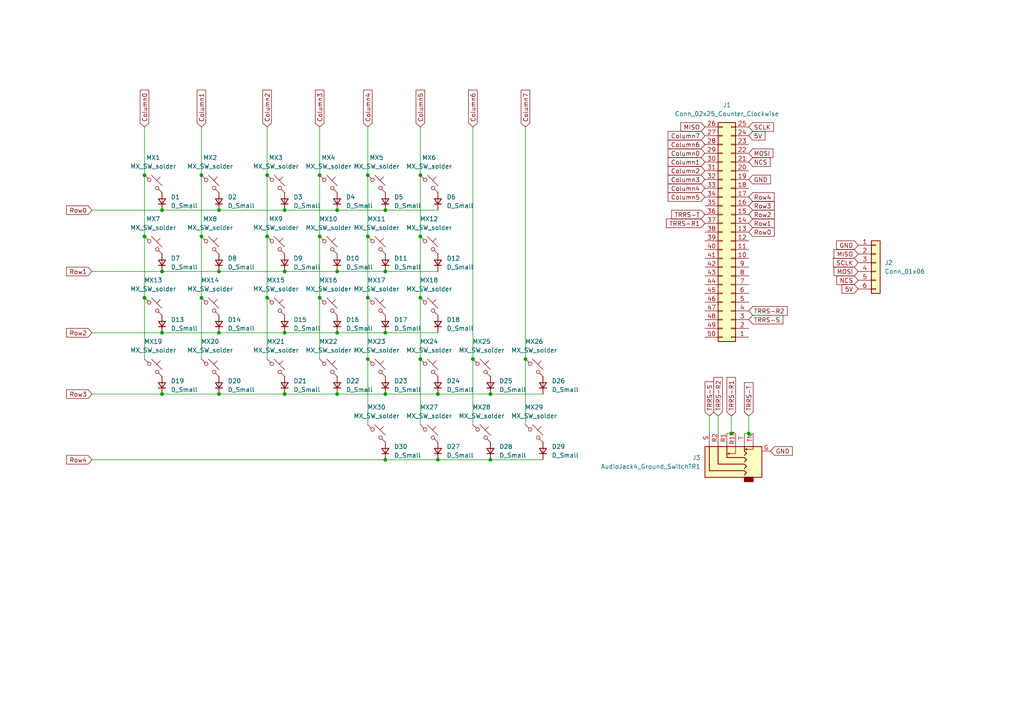
<source format=kicad_sch>
(kicad_sch (version 20231120) (generator "eeschema") (generator_version "8.0")
  (paper "A4")
  (lib_symbols
    (symbol "Connector_Audio:AudioJack4_Ground_SwitchTR1"
      (property "Reference" "J" (at 0 11.43 0))
      (property "Value" "AudioJack4_Ground_SwitchTR1" (at 0 8.89 0))
      (symbol "AudioJack4_Ground_SwitchTR1_0_1"
        (rectangle (start -7.62 -5.08) (end -8.89 -7.62) (stroke (width 0.254)) (fill (type outline)))
        (polyline (pts (xy 1.27 2.54) (xy 2.54 2.54)))
        (polyline (pts (xy 2.54 -5.08) (xy 1.27 -5.08)))
        (polyline (pts (xy 2.54 0) (xy 1.27 0)))
        (polyline (pts (xy 2.54 5.08) (xy 1.27 5.08)))
        (rectangle (start 1.27 6.35) (end -7.62 -10.16) (stroke (width 0.254)) (fill (type background)))
      )
      (symbol "AudioJack4_Ground_SwitchTR1_1_1"
        (polyline (pts (xy -0.762 -0.254) (xy -0.508 -0.762)))
        (polyline (pts (xy 0.508 -5.334) (xy 0.762 -5.842)))
        (polyline (pts (xy -1.27 -5.08) (xy -0.635 -5.715) (xy 0 -5.08) (xy 1.27 -5.08)) (stroke (width 0.254)))
        (polyline (pts (xy 2.54 -7.62) (xy 0.508 -7.62) (xy 0.508 -5.334) (xy 0.254 -5.842)))
        (polyline (pts (xy 2.54 -2.54) (xy -0.762 -2.54) (xy -0.762 -0.254) (xy -1.016 -0.762)))
        (polyline (pts (xy -3.175 -5.08) (xy -2.54 -5.715) (xy -1.905 -5.08) (xy -1.905 0) (xy 1.27 0)) (stroke (width 0.254)))
        (polyline (pts (xy 1.27 2.54) (xy -3.81 2.54) (xy -3.81 -5.08) (xy -4.445 -5.715) (xy -5.08 -5.08)) (stroke (width 0.254)))
        (polyline (pts (xy 1.27 5.08) (xy -5.715 5.08) (xy -5.715 -5.08) (xy -6.35 -5.715) (xy -6.985 -5.08)) (stroke (width 0.254)))
        (pin passive line (at 0 -12.7 90) (length 2.54) (name "~") (number "G"))
        (pin passive line (at 5.08 0 180) (length 2.54) (name "~") (number "R1"))
        (pin passive line (at 5.08 -2.54 180) (length 2.54) (name "~") (number "R1N"))
        (pin passive line (at 5.08 2.54 180) (length 2.54) (name "~") (number "R2"))
        (pin passive line (at 5.08 5.08 180) (length 2.54) (name "~") (number "S"))
        (pin passive line (at 5.08 -5.08 180) (length 2.54) (name "~") (number "T"))
        (pin passive line (at 5.08 -7.62 180) (length 2.54) (name "~") (number "TN"))
      )
    )
    (symbol "Connector_Generic:Conn_01x06" (pin_names (offset 1.016) hide)
      (property "Reference" "J" (at 0 7.62 0))
      (property "Value" "Conn_01x06" (at 0 -10.16 0))
      (symbol "Conn_01x06_1_1"
        (rectangle (start -1.27 -7.493) (end 0 -7.747) (stroke (width 0.1524)))
        (rectangle (start -1.27 -4.953) (end 0 -5.207) (stroke (width 0.1524)))
        (rectangle (start -1.27 -2.413) (end 0 -2.667) (stroke (width 0.1524)))
        (rectangle (start -1.27 0.127) (end 0 -0.127) (stroke (width 0.1524)))
        (rectangle (start -1.27 2.667) (end 0 2.413) (stroke (width 0.1524)))
        (rectangle (start -1.27 5.207) (end 0 4.953) (stroke (width 0.1524)))
        (rectangle (start -1.27 6.35) (end 1.27 -8.89) (stroke (width 0.254)) (fill (type background)))
        (pin passive line (at -5.08 5.08 0) (length 3.81) (name "Pin_1") (number "1"))
        (pin passive line (at -5.08 2.54 0) (length 3.81) (name "Pin_2") (number "2"))
        (pin passive line (at -5.08 0 0) (length 3.81) (name "Pin_3") (number "3"))
        (pin passive line (at -5.08 -2.54 0) (length 3.81) (name "Pin_4") (number "4"))
        (pin passive line (at -5.08 -5.08 0) (length 3.81) (name "Pin_5") (number "5"))
        (pin passive line (at -5.08 -7.62 0) (length 3.81) (name "Pin_6") (number "6"))
      )
    )
    (symbol "Connector_Generic:Conn_02x25_Counter_Clockwise" (pin_names (offset 1.016) hide)
      (property "Reference" "J" (at 1.27 33.02 0))
      (property "Value" "Conn_02x25_Counter_Clockwise" (at 1.27 -33.02 0))
      (symbol "Conn_02x25_Counter_Clockwise_1_1"
        (rectangle (start -1.27 -30.353) (end 0 -30.607) (stroke (width 0.1524)))
        (rectangle (start -1.27 -27.813) (end 0 -28.067) (stroke (width 0.1524)))
        (rectangle (start -1.27 -25.273) (end 0 -25.527) (stroke (width 0.1524)))
        (rectangle (start -1.27 -22.733) (end 0 -22.987) (stroke (width 0.1524)))
        (rectangle (start -1.27 -20.193) (end 0 -20.447) (stroke (width 0.1524)))
        (rectangle (start -1.27 -17.653) (end 0 -17.907) (stroke (width 0.1524)))
        (rectangle (start -1.27 -15.113) (end 0 -15.367) (stroke (width 0.1524)))
        (rectangle (start -1.27 -12.573) (end 0 -12.827) (stroke (width 0.1524)))
        (rectangle (start -1.27 -10.033) (end 0 -10.287) (stroke (width 0.1524)))
        (rectangle (start -1.27 -7.493) (end 0 -7.747) (stroke (width 0.1524)))
        (rectangle (start -1.27 -4.953) (end 0 -5.207) (stroke (width 0.1524)))
        (rectangle (start -1.27 -2.413) (end 0 -2.667) (stroke (width 0.1524)))
        (rectangle (start -1.27 0.127) (end 0 -0.127) (stroke (width 0.1524)))
        (rectangle (start -1.27 2.667) (end 0 2.413) (stroke (width 0.1524)))
        (rectangle (start -1.27 5.207) (end 0 4.953) (stroke (width 0.1524)))
        (rectangle (start -1.27 7.747) (end 0 7.493) (stroke (width 0.1524)))
        (rectangle (start -1.27 10.287) (end 0 10.033) (stroke (width 0.1524)))
        (rectangle (start -1.27 12.827) (end 0 12.573) (stroke (width 0.1524)))
        (rectangle (start -1.27 15.367) (end 0 15.113) (stroke (width 0.1524)))
        (rectangle (start -1.27 17.907) (end 0 17.653) (stroke (width 0.1524)))
        (rectangle (start -1.27 20.447) (end 0 20.193) (stroke (width 0.1524)))
        (rectangle (start -1.27 22.987) (end 0 22.733) (stroke (width 0.1524)))
        (rectangle (start -1.27 25.527) (end 0 25.273) (stroke (width 0.1524)))
        (rectangle (start -1.27 28.067) (end 0 27.813) (stroke (width 0.1524)))
        (rectangle (start -1.27 30.607) (end 0 30.353) (stroke (width 0.1524)))
        (rectangle (start -1.27 31.75) (end 3.81 -31.75) (stroke (width 0.254)) (fill (type background)))
        (rectangle (start 3.81 -30.353) (end 2.54 -30.607) (stroke (width 0.1524)))
        (rectangle (start 3.81 -27.813) (end 2.54 -28.067) (stroke (width 0.1524)))
        (rectangle (start 3.81 -25.273) (end 2.54 -25.527) (stroke (width 0.1524)))
        (rectangle (start 3.81 -22.733) (end 2.54 -22.987) (stroke (width 0.1524)))
        (rectangle (start 3.81 -20.193) (end 2.54 -20.447) (stroke (width 0.1524)))
        (rectangle (start 3.81 -17.653) (end 2.54 -17.907) (stroke (width 0.1524)))
        (rectangle (start 3.81 -15.113) (end 2.54 -15.367) (stroke (width 0.1524)))
        (rectangle (start 3.81 -12.573) (end 2.54 -12.827) (stroke (width 0.1524)))
        (rectangle (start 3.81 -10.033) (end 2.54 -10.287) (stroke (width 0.1524)))
        (rectangle (start 3.81 -7.493) (end 2.54 -7.747) (stroke (width 0.1524)))
        (rectangle (start 3.81 -4.953) (end 2.54 -5.207) (stroke (width 0.1524)))
        (rectangle (start 3.81 -2.413) (end 2.54 -2.667) (stroke (width 0.1524)))
        (rectangle (start 3.81 0.127) (end 2.54 -0.127) (stroke (width 0.1524)))
        (rectangle (start 3.81 2.667) (end 2.54 2.413) (stroke (width 0.1524)))
        (rectangle (start 3.81 5.207) (end 2.54 4.953) (stroke (width 0.1524)))
        (rectangle (start 3.81 7.747) (end 2.54 7.493) (stroke (width 0.1524)))
        (rectangle (start 3.81 10.287) (end 2.54 10.033) (stroke (width 0.1524)))
        (rectangle (start 3.81 12.827) (end 2.54 12.573) (stroke (width 0.1524)))
        (rectangle (start 3.81 15.367) (end 2.54 15.113) (stroke (width 0.1524)))
        (rectangle (start 3.81 17.907) (end 2.54 17.653) (stroke (width 0.1524)))
        (rectangle (start 3.81 20.447) (end 2.54 20.193) (stroke (width 0.1524)))
        (rectangle (start 3.81 22.987) (end 2.54 22.733) (stroke (width 0.1524)))
        (rectangle (start 3.81 25.527) (end 2.54 25.273) (stroke (width 0.1524)))
        (rectangle (start 3.81 28.067) (end 2.54 27.813) (stroke (width 0.1524)))
        (rectangle (start 3.81 30.607) (end 2.54 30.353) (stroke (width 0.1524)))
        (pin passive line (at -5.08 30.48 0) (length 3.81) (name "Pin_1") (number "1"))
        (pin passive line (at -5.08 7.62 0) (length 3.81) (name "Pin_10") (number "10"))
        (pin passive line (at -5.08 5.08 0) (length 3.81) (name "Pin_11") (number "11"))
        (pin passive line (at -5.08 2.54 0) (length 3.81) (name "Pin_12") (number "12"))
        (pin passive line (at -5.08 0 0) (length 3.81) (name "Pin_13") (number "13"))
        (pin passive line (at -5.08 -2.54 0) (length 3.81) (name "Pin_14") (number "14"))
        (pin passive line (at -5.08 -5.08 0) (length 3.81) (name "Pin_15") (number "15"))
        (pin passive line (at -5.08 -7.62 0) (length 3.81) (name "Pin_16") (number "16"))
        (pin passive line (at -5.08 -10.16 0) (length 3.81) (name "Pin_17") (number "17"))
        (pin passive line (at -5.08 -12.7 0) (length 3.81) (name "Pin_18") (number "18"))
        (pin passive line (at -5.08 -15.24 0) (length 3.81) (name "Pin_19") (number "19"))
        (pin passive line (at -5.08 27.94 0) (length 3.81) (name "Pin_2") (number "2"))
        (pin passive line (at -5.08 -17.78 0) (length 3.81) (name "Pin_20") (number "20"))
        (pin passive line (at -5.08 -20.32 0) (length 3.81) (name "Pin_21") (number "21"))
        (pin passive line (at -5.08 -22.86 0) (length 3.81) (name "Pin_22") (number "22"))
        (pin passive line (at -5.08 -25.4 0) (length 3.81) (name "Pin_23") (number "23"))
        (pin passive line (at -5.08 -27.94 0) (length 3.81) (name "Pin_24") (number "24"))
        (pin passive line (at -5.08 -30.48 0) (length 3.81) (name "Pin_25") (number "25"))
        (pin passive line (at 7.62 -30.48 180) (length 3.81) (name "Pin_26") (number "26"))
        (pin passive line (at 7.62 -27.94 180) (length 3.81) (name "Pin_27") (number "27"))
        (pin passive line (at 7.62 -25.4 180) (length 3.81) (name "Pin_28") (number "28"))
        (pin passive line (at 7.62 -22.86 180) (length 3.81) (name "Pin_29") (number "29"))
        (pin passive line (at -5.08 25.4 0) (length 3.81) (name "Pin_3") (number "3"))
        (pin passive line (at 7.62 -20.32 180) (length 3.81) (name "Pin_30") (number "30"))
        (pin passive line (at 7.62 -17.78 180) (length 3.81) (name "Pin_31") (number "31"))
        (pin passive line (at 7.62 -15.24 180) (length 3.81) (name "Pin_32") (number "32"))
        (pin passive line (at 7.62 -12.7 180) (length 3.81) (name "Pin_33") (number "33"))
        (pin passive line (at 7.62 -10.16 180) (length 3.81) (name "Pin_34") (number "34"))
        (pin passive line (at 7.62 -7.62 180) (length 3.81) (name "Pin_35") (number "35"))
        (pin passive line (at 7.62 -5.08 180) (length 3.81) (name "Pin_36") (number "36"))
        (pin passive line (at 7.62 -2.54 180) (length 3.81) (name "Pin_37") (number "37"))
        (pin passive line (at 7.62 0 180) (length 3.81) (name "Pin_38") (number "38"))
        (pin passive line (at 7.62 2.54 180) (length 3.81) (name "Pin_39") (number "39"))
        (pin passive line (at -5.08 22.86 0) (length 3.81) (name "Pin_4") (number "4"))
        (pin passive line (at 7.62 5.08 180) (length 3.81) (name "Pin_40") (number "40"))
        (pin passive line (at 7.62 7.62 180) (length 3.81) (name "Pin_41") (number "41"))
        (pin passive line (at 7.62 10.16 180) (length 3.81) (name "Pin_42") (number "42"))
        (pin passive line (at 7.62 12.7 180) (length 3.81) (name "Pin_43") (number "43"))
        (pin passive line (at 7.62 15.24 180) (length 3.81) (name "Pin_44") (number "44"))
        (pin passive line (at 7.62 17.78 180) (length 3.81) (name "Pin_45") (number "45"))
        (pin passive line (at 7.62 20.32 180) (length 3.81) (name "Pin_46") (number "46"))
        (pin passive line (at 7.62 22.86 180) (length 3.81) (name "Pin_47") (number "47"))
        (pin passive line (at 7.62 25.4 180) (length 3.81) (name "Pin_48") (number "48"))
        (pin passive line (at 7.62 27.94 180) (length 3.81) (name "Pin_49") (number "49"))
        (pin passive line (at -5.08 20.32 0) (length 3.81) (name "Pin_5") (number "5"))
        (pin passive line (at 7.62 30.48 180) (length 3.81) (name "Pin_50") (number "50"))
        (pin passive line (at -5.08 17.78 0) (length 3.81) (name "Pin_6") (number "6"))
        (pin passive line (at -5.08 15.24 0) (length 3.81) (name "Pin_7") (number "7"))
        (pin passive line (at -5.08 12.7 0) (length 3.81) (name "Pin_8") (number "8"))
        (pin passive line (at -5.08 10.16 0) (length 3.81) (name "Pin_9") (number "9"))
      )
    )
    (symbol "Device:D_Small" (pin_numbers hide) (pin_names (offset 0.254) hide)
      (property "Reference" "D" (at -1.27 2.032 0))
      (property "Value" "D_Small" (at -3.81 -2.032 0))
      (symbol "D_Small_0_1"
        (polyline (pts (xy -0.762 -1.016) (xy -0.762 1.016)) (stroke (width 0.254)))
        (polyline (pts (xy -0.762 0) (xy 0.762 0)))
        (polyline (pts (xy 0.762 -1.016) (xy -0.762 0) (xy 0.762 1.016) (xy 0.762 -1.016)) (stroke (width 0.254)))
      )
      (symbol "D_Small_1_1"
        (pin passive line (at -2.54 0 0) (length 1.778) (name "K") (number "1"))
        (pin passive line (at 2.54 0 180) (length 1.778) (name "A") (number "2"))
      )
    )
    (symbol "PCM_marbastlib-mx:MX_SW_solder" (pin_numbers hide) (pin_names (offset 1.016) hide)
      (property "Reference" "MX" (at 3.048 1.016 0))
      (property "Value" "MX_SW_solder" (at 0 -3.81 0))
      (symbol "MX_SW_solder_0_1"
        (circle (center -1.1684 1.1684) (radius 0.508))
        (polyline (pts (xy -0.508 2.54) (xy 2.54 -0.508)))
        (polyline (pts (xy 1.016 1.016) (xy 2.032 2.032)))
        (polyline (pts (xy -2.54 2.54) (xy -1.524 1.524) (xy -1.524 1.524)))
        (polyline (pts (xy 1.524 -1.524) (xy 2.54 -2.54) (xy 2.54 -2.54) (xy 2.54 -2.54)))
        (circle (center 1.143 -1.1938) (radius 0.508))
        (pin passive line (at -2.54 2.54 0) (length 0) (name "1") (number "1"))
        (pin passive line (at 2.54 -2.54 180) (length 0) (name "2") (number "2"))
      )
    )
  )
  (junction (at 111.76 96.52))
  (junction (at 77.47 68.58))
  (junction (at 97.79 60.96))
  (junction (at 127 133.35))
  (junction (at 58.42 50.8))
  (junction (at 41.91 86.36))
  (junction (at 142.24 133.35))
  (junction (at 111.76 133.35))
  (junction (at 82.55 114.3))
  (junction (at 121.92 68.58))
  (junction (at 97.79 78.74))
  (junction (at 41.91 50.8))
  (junction (at 77.47 86.36))
  (junction (at 111.76 114.3))
  (junction (at 106.68 50.8))
  (junction (at 92.71 68.58))
  (junction (at 63.5 60.96))
  (junction (at 63.5 114.3))
  (junction (at 127 114.3))
  (junction (at 58.42 86.36))
  (junction (at 41.91 68.58))
  (junction (at 121.92 50.8))
  (junction (at 111.76 60.96))
  (junction (at 46.99 96.52))
  (junction (at 137.16 104.14))
  (junction (at 82.55 60.96))
  (junction (at 58.42 68.58))
  (junction (at 142.24 114.3))
  (junction (at 77.47 50.8))
  (junction (at 97.79 96.52))
  (junction (at 46.99 60.96))
  (junction (at 82.55 78.74))
  (junction (at 152.4 104.14))
  (junction (at 217.17 125.73))
  (junction (at 106.68 104.14))
  (junction (at 121.92 104.14))
  (junction (at 63.5 96.52))
  (junction (at 92.71 86.36))
  (junction (at 97.79 114.3))
  (junction (at 46.99 78.74))
  (junction (at 82.55 96.52))
  (junction (at 46.99 114.3))
  (junction (at 92.71 50.8))
  (junction (at 106.68 86.36))
  (junction (at 106.68 68.58))
  (junction (at 212.09 125.73))
  (junction (at 111.76 78.74))
  (junction (at 121.92 86.36))
  (junction (at 63.5 78.74))
  (wire (pts (xy 121.92 104.14) (xy 121.92 123.19)))
  (wire (pts (xy 46.99 114.3) (xy 63.5 114.3)))
  (wire (pts (xy 97.79 114.3) (xy 111.76 114.3)))
  (wire (pts (xy 127 114.3) (xy 142.24 114.3)))
  (wire (pts (xy 121.92 68.58) (xy 121.92 86.36)))
  (wire (pts (xy 92.71 50.8) (xy 92.71 68.58)))
  (wire (pts (xy 58.42 36.83) (xy 58.42 50.8)))
  (wire (pts (xy 97.79 60.96) (xy 111.76 60.96)))
  (wire (pts (xy 111.76 60.96) (xy 127 60.96)))
  (wire (pts (xy 46.99 96.52) (xy 63.5 96.52)))
  (wire (pts (xy 210.82 125.73) (xy 212.09 125.73)))
  (wire (pts (xy 212.09 125.73) (xy 213.36 125.73)))
  (wire (pts (xy 111.76 78.74) (xy 127 78.74)))
  (wire (pts (xy 142.24 133.35) (xy 157.48 133.35)))
  (wire (pts (xy 137.16 104.14) (xy 137.16 123.19)))
  (wire (pts (xy 106.68 50.8) (xy 106.68 68.58)))
  (wire (pts (xy 217.17 120.65) (xy 217.17 125.73)))
  (wire (pts (xy 127 133.35) (xy 142.24 133.35)))
  (wire (pts (xy 26.67 114.3) (xy 46.99 114.3)))
  (wire (pts (xy 26.67 133.35) (xy 111.76 133.35)))
  (wire (pts (xy 77.47 68.58) (xy 77.47 86.36)))
  (wire (pts (xy 208.28 120.65) (xy 208.28 125.73)))
  (wire (pts (xy 106.68 68.58) (xy 106.68 86.36)))
  (wire (pts (xy 97.79 78.74) (xy 111.76 78.74)))
  (wire (pts (xy 205.74 120.65) (xy 205.74 125.73)))
  (wire (pts (xy 82.55 114.3) (xy 97.79 114.3)))
  (wire (pts (xy 121.92 50.8) (xy 121.92 68.58)))
  (wire (pts (xy 77.47 86.36) (xy 77.47 104.14)))
  (wire (pts (xy 215.9 125.73) (xy 217.17 125.73)))
  (wire (pts (xy 212.09 120.65) (xy 212.09 125.73)))
  (wire (pts (xy 82.55 78.74) (xy 97.79 78.74)))
  (wire (pts (xy 111.76 96.52) (xy 127 96.52)))
  (wire (pts (xy 97.79 96.52) (xy 111.76 96.52)))
  (wire (pts (xy 106.68 86.36) (xy 106.68 104.14)))
  (wire (pts (xy 121.92 36.83) (xy 121.92 50.8)))
  (wire (pts (xy 63.5 96.52) (xy 82.55 96.52)))
  (wire (pts (xy 46.99 78.74) (xy 63.5 78.74)))
  (wire (pts (xy 152.4 104.14) (xy 152.4 123.19)))
  (wire (pts (xy 58.42 86.36) (xy 58.42 104.14)))
  (wire (pts (xy 46.99 60.96) (xy 63.5 60.96)))
  (wire (pts (xy 63.5 114.3) (xy 82.55 114.3)))
  (wire (pts (xy 41.91 86.36) (xy 41.91 104.14)))
  (wire (pts (xy 26.67 96.52) (xy 46.99 96.52)))
  (wire (pts (xy 111.76 114.3) (xy 127 114.3)))
  (wire (pts (xy 92.71 36.83) (xy 92.71 50.8)))
  (wire (pts (xy 121.92 86.36) (xy 121.92 104.14)))
  (wire (pts (xy 82.55 60.96) (xy 97.79 60.96)))
  (wire (pts (xy 92.71 86.36) (xy 92.71 104.14)))
  (wire (pts (xy 137.16 36.83) (xy 137.16 104.14)))
  (wire (pts (xy 63.5 60.96) (xy 82.55 60.96)))
  (wire (pts (xy 152.4 36.83) (xy 152.4 104.14)))
  (wire (pts (xy 63.5 78.74) (xy 82.55 78.74)))
  (wire (pts (xy 142.24 114.3) (xy 157.48 114.3)))
  (wire (pts (xy 41.91 36.83) (xy 41.91 50.8)))
  (wire (pts (xy 92.71 68.58) (xy 92.71 86.36)))
  (wire (pts (xy 111.76 133.35) (xy 127 133.35)))
  (wire (pts (xy 58.42 50.8) (xy 58.42 68.58)))
  (wire (pts (xy 106.68 104.14) (xy 106.68 123.19)))
  (wire (pts (xy 26.67 60.96) (xy 46.99 60.96)))
  (wire (pts (xy 77.47 50.8) (xy 77.47 68.58)))
  (wire (pts (xy 41.91 68.58) (xy 41.91 86.36)))
  (wire (pts (xy 217.17 125.73) (xy 218.44 125.73)))
  (wire (pts (xy 26.67 78.74) (xy 46.99 78.74)))
  (wire (pts (xy 41.91 50.8) (xy 41.91 68.58)))
  (wire (pts (xy 106.68 36.83) (xy 106.68 50.8)))
  (wire (pts (xy 82.55 96.52) (xy 97.79 96.52)))
  (wire (pts (xy 58.42 68.58) (xy 58.42 86.36)))
  (wire (pts (xy 77.47 36.83) (xy 77.47 50.8)))
  (global_label "SCLK" (shape input) (at 248.92 76.2 180) (property "Intersheetrefs" "${INTERSHEET_REFS}" (effects (hide yes))))
  (global_label "Row4" (shape input) (at 26.67 133.35 180) (property "Intersheetrefs" "${INTERSHEET_REFS}" (effects (hide yes))))
  (global_label "TRRS-T" (shape input) (at 204.47 62.23 180) (property "Intersheetrefs" "${INTERSHEET_REFS}" (effects (hide yes))))
  (global_label "Row1" (shape input) (at 217.17 64.77 0) (property "Intersheetrefs" "${INTERSHEET_REFS}" (effects (hide yes))))
  (global_label "Column2" (shape input) (at 77.47 36.83 90) (property "Intersheetrefs" "${INTERSHEET_REFS}" (effects (hide yes))))
  (global_label "TRRS-R1" (shape input) (at 212.09 120.65 90) (property "Intersheetrefs" "${INTERSHEET_REFS}" (effects (hide yes))))
  (global_label "Row2" (shape input) (at 217.17 62.23 0) (property "Intersheetrefs" "${INTERSHEET_REFS}" (effects (hide yes))))
  (global_label "MISO" (shape input) (at 248.92 73.66 180) (property "Intersheetrefs" "${INTERSHEET_REFS}" (effects (hide yes))))
  (global_label "Row0" (shape input) (at 26.67 60.96 180) (property "Intersheetrefs" "${INTERSHEET_REFS}" (effects (hide yes))))
  (global_label "Row3" (shape input) (at 26.67 114.3 180) (property "Intersheetrefs" "${INTERSHEET_REFS}" (effects (hide yes))))
  (global_label "Column6" (shape input) (at 137.16 36.83 90) (property "Intersheetrefs" "${INTERSHEET_REFS}" (effects (hide yes))))
  (global_label "TRRS-T" (shape input) (at 217.17 120.65 90) (property "Intersheetrefs" "${INTERSHEET_REFS}" (effects (hide yes))))
  (global_label "Row3" (shape input) (at 217.17 59.69 0) (property "Intersheetrefs" "${INTERSHEET_REFS}" (effects (hide yes))))
  (global_label "NCS" (shape input) (at 248.92 81.28 180) (property "Intersheetrefs" "${INTERSHEET_REFS}" (effects (hide yes))))
  (global_label "MOSI" (shape input) (at 217.17 44.45 0) (property "Intersheetrefs" "${INTERSHEET_REFS}" (effects (hide yes))))
  (global_label "Row0" (shape input) (at 217.17 67.31 0) (property "Intersheetrefs" "${INTERSHEET_REFS}" (effects (hide yes))))
  (global_label "Column6" (shape input) (at 204.47 41.91 180) (property "Intersheetrefs" "${INTERSHEET_REFS}" (effects (hide yes))))
  (global_label "Column3" (shape input) (at 92.71 36.83 90) (property "Intersheetrefs" "${INTERSHEET_REFS}" (effects (hide yes))))
  (global_label "MOSI" (shape input) (at 248.92 78.74 180) (property "Intersheetrefs" "${INTERSHEET_REFS}" (effects (hide yes))))
  (global_label "5V" (shape input) (at 217.17 39.37 0) (property "Intersheetrefs" "${INTERSHEET_REFS}" (effects (hide yes))))
  (global_label "Column4" (shape input) (at 106.68 36.83 90) (property "Intersheetrefs" "${INTERSHEET_REFS}" (effects (hide yes))))
  (global_label "TRRS-S" (shape input) (at 205.74 120.65 90) (property "Intersheetrefs" "${INTERSHEET_REFS}" (effects (hide yes))))
  (global_label "TRRS-R2" (shape input) (at 208.28 120.65 90) (property "Intersheetrefs" "${INTERSHEET_REFS}" (effects (hide yes))))
  (global_label "Column2" (shape input) (at 204.47 49.53 180) (property "Intersheetrefs" "${INTERSHEET_REFS}" (effects (hide yes))))
  (global_label "GND" (shape input) (at 248.92 71.12 180) (property "Intersheetrefs" "${INTERSHEET_REFS}" (effects (hide yes))))
  (global_label "SCLK" (shape input) (at 217.17 36.83 0) (property "Intersheetrefs" "${INTERSHEET_REFS}" (effects (hide yes))))
  (global_label "GND" (shape input) (at 217.17 52.07 0) (property "Intersheetrefs" "${INTERSHEET_REFS}" (effects (hide yes))))
  (global_label "NCS" (shape input) (at 217.17 46.99 0) (property "Intersheetrefs" "${INTERSHEET_REFS}" (effects (hide yes))))
  (global_label "GND" (shape input) (at 223.52 130.81 0) (property "Intersheetrefs" "${INTERSHEET_REFS}" (effects (hide yes))))
  (global_label "Column0" (shape input) (at 41.91 36.83 90) (property "Intersheetrefs" "${INTERSHEET_REFS}" (effects (hide yes))))
  (global_label "TRRS-R1" (shape input) (at 204.47 64.77 180) (property "Intersheetrefs" "${INTERSHEET_REFS}" (effects (hide yes))))
  (global_label "Column1" (shape input) (at 58.42 36.83 90) (property "Intersheetrefs" "${INTERSHEET_REFS}" (effects (hide yes))))
  (global_label "MISO" (shape input) (at 204.47 36.83 180) (property "Intersheetrefs" "${INTERSHEET_REFS}" (effects (hide yes))))
  (global_label "Row4" (shape input) (at 217.17 57.15 0) (property "Intersheetrefs" "${INTERSHEET_REFS}" (effects (hide yes))))
  (global_label "Column1" (shape input) (at 204.47 46.99 180) (property "Intersheetrefs" "${INTERSHEET_REFS}" (effects (hide yes))))
  (global_label "Column5" (shape input) (at 121.92 36.83 90) (property "Intersheetrefs" "${INTERSHEET_REFS}" (effects (hide yes))))
  (global_label "5V" (shape input) (at 248.92 83.82 180) (property "Intersheetrefs" "${INTERSHEET_REFS}" (effects (hide yes))))
  (global_label "Row1" (shape input) (at 26.67 78.74 180) (property "Intersheetrefs" "${INTERSHEET_REFS}" (effects (hide yes))))
  (global_label "Row2" (shape input) (at 26.67 96.52 180) (property "Intersheetrefs" "${INTERSHEET_REFS}" (effects (hide yes))))
  (global_label "Column3" (shape input) (at 204.47 52.07 180) (property "Intersheetrefs" "${INTERSHEET_REFS}" (effects (hide yes))))
  (global_label "TRRS-S" (shape input) (at 217.17 92.71 0) (property "Intersheetrefs" "${INTERSHEET_REFS}" (effects (hide yes))))
  (global_label "TRRS-R2" (shape input) (at 217.17 90.17 0) (property "Intersheetrefs" "${INTERSHEET_REFS}" (effects (hide yes))))
  (global_label "Column4" (shape input) (at 204.47 54.61 180) (property "Intersheetrefs" "${INTERSHEET_REFS}" (effects (hide yes))))
  (global_label "Column7" (shape input) (at 152.4 36.83 90) (property "Intersheetrefs" "${INTERSHEET_REFS}" (effects (hide yes))))
  (global_label "Column0" (shape input) (at 204.47 44.45 180) (property "Intersheetrefs" "${INTERSHEET_REFS}" (effects (hide yes))))
  (global_label "Column5" (shape input) (at 204.47 57.15 180) (property "Intersheetrefs" "${INTERSHEET_REFS}" (effects (hide yes))))
  (global_label "Column7" (shape input) (at 204.47 39.37 180) (property "Intersheetrefs" "${INTERSHEET_REFS}" (effects (hide yes))))
  (symbol (lib_id "PCM_marbastlib-mx:MX_SW_solder") (at 80.01 71.12 0) (unit 1)
    (property "Reference" "MX9" (at 80.01 63.5 0))
    (property "Value" "MX_SW_solder" (at 80.01 66.04 0))
    (property "Footprint" "keyswitches.pretty-master:SW_MX_reversible" (effects (hide yes)))
    (property "Description" "Push button switch, normally open, two pins, 45° tilted" (effects (hide yes)))
  )
  (symbol (lib_id "Device:D_Small") (at 63.5 76.2 90) (unit 1)
    (property "Reference" "D8" (at 66.04 74.9299 90) (effects (justify right)))
    (property "Value" "D_Small" (at 66.04 77.4699 90) (effects (justify right)))
    (property "Footprint" "PCM_4ms_Diode:D_DO-41_P7.62mm_Horizontal" (effects (hide yes)))
    (property "Description" "Diode, small symbol" (effects (hide yes)))
    (property "Sim.Device" "D" (effects (hide yes)))
    (property "Sim.Pins" "1=K 2=A" (effects (hide yes)))
  )
  (symbol (lib_id "PCM_marbastlib-mx:MX_SW_solder") (at 109.22 125.73 0) (unit 1)
    (property "Reference" "MX30" (at 109.22 118.11 0))
    (property "Value" "MX_SW_solder" (at 109.22 120.65 0))
    (property "Footprint" "keyswitches.pretty-master:SW_MX_reversible" (effects (hide yes)))
    (property "Description" "Push button switch, normally open, two pins, 45° tilted" (effects (hide yes)))
  )
  (symbol (lib_id "Device:D_Small") (at 46.99 93.98 90) (unit 1)
    (property "Reference" "D13" (at 49.53 92.7099 90) (effects (justify right)))
    (property "Value" "D_Small" (at 49.53 95.2499 90) (effects (justify right)))
    (property "Footprint" "PCM_4ms_Diode:D_DO-41_P7.62mm_Horizontal" (effects (hide yes)))
    (property "Description" "Diode, small symbol" (effects (hide yes)))
    (property "Sim.Device" "D" (effects (hide yes)))
    (property "Sim.Pins" "1=K 2=A" (effects (hide yes)))
  )
  (symbol (lib_id "PCM_marbastlib-mx:MX_SW_solder") (at 60.96 71.12 0) (unit 1)
    (property "Reference" "MX8" (at 60.96 63.5 0))
    (property "Value" "MX_SW_solder" (at 60.96 66.04 0))
    (property "Footprint" "keyswitches.pretty-master:SW_MX_reversible" (effects (hide yes)))
    (property "Description" "Push button switch, normally open, two pins, 45° tilted" (effects (hide yes)))
  )
  (symbol (lib_id "PCM_marbastlib-mx:MX_SW_solder") (at 124.46 53.34 0) (unit 1)
    (property "Reference" "MX6" (at 124.46 45.72 0))
    (property "Value" "MX_SW_solder" (at 124.46 48.26 0))
    (property "Footprint" "keyswitches.pretty-master:SW_MX_reversible" (effects (hide yes)))
    (property "Description" "Push button switch, normally open, two pins, 45° tilted" (effects (hide yes)))
  )
  (symbol (lib_id "Device:D_Small") (at 46.99 76.2 90) (unit 1)
    (property "Reference" "D7" (at 49.53 74.9299 90) (effects (justify right)))
    (property "Value" "D_Small" (at 49.53 77.4699 90) (effects (justify right)))
    (property "Footprint" "PCM_4ms_Diode:D_DO-41_P7.62mm_Horizontal" (effects (hide yes)))
    (property "Description" "Diode, small symbol" (effects (hide yes)))
    (property "Sim.Device" "D" (effects (hide yes)))
    (property "Sim.Pins" "1=K 2=A" (effects (hide yes)))
  )
  (symbol (lib_id "PCM_marbastlib-mx:MX_SW_solder") (at 80.01 53.34 0) (unit 1)
    (property "Reference" "MX3" (at 80.01 45.72 0))
    (property "Value" "MX_SW_solder" (at 80.01 48.26 0))
    (property "Footprint" "keyswitches.pretty-master:SW_MX_reversible" (effects (hide yes)))
    (property "Description" "Push button switch, normally open, two pins, 45° tilted" (effects (hide yes)))
  )
  (symbol (lib_id "PCM_marbastlib-mx:MX_SW_solder") (at 154.94 106.68 0) (unit 1)
    (property "Reference" "MX26" (at 154.94 99.06 0))
    (property "Value" "MX_SW_solder" (at 154.94 101.6 0))
    (property "Footprint" "keyswitches.pretty-master:SW_MX_reversible" (effects (hide yes)))
    (property "Description" "Push button switch, normally open, two pins, 45° tilted" (effects (hide yes)))
  )
  (symbol (lib_id "Device:D_Small") (at 157.48 130.81 90) (unit 1)
    (property "Reference" "D29" (at 160.02 129.5399 90) (effects (justify right)))
    (property "Value" "D_Small" (at 160.02 132.0799 90) (effects (justify right)))
    (property "Footprint" "PCM_4ms_Diode:D_DO-41_P7.62mm_Horizontal" (effects (hide yes)))
    (property "Description" "Diode, small symbol" (effects (hide yes)))
    (property "Sim.Device" "D" (effects (hide yes)))
    (property "Sim.Pins" "1=K 2=A" (effects (hide yes)))
  )
  (symbol (lib_id "PCM_marbastlib-mx:MX_SW_solder") (at 44.45 88.9 0) (unit 1)
    (property "Reference" "MX13" (at 44.45 81.28 0))
    (property "Value" "MX_SW_solder" (at 44.45 83.82 0))
    (property "Footprint" "keyswitches.pretty-master:SW_MX_reversible" (effects (hide yes)))
    (property "Description" "Push button switch, normally open, two pins, 45° tilted" (effects (hide yes)))
  )
  (symbol (lib_id "PCM_marbastlib-mx:MX_SW_solder") (at 95.25 53.34 0) (unit 1)
    (property "Reference" "MX4" (at 95.25 45.72 0))
    (property "Value" "MX_SW_solder" (at 95.25 48.26 0))
    (property "Footprint" "keyswitches.pretty-master:SW_MX_reversible" (effects (hide yes)))
    (property "Description" "Push button switch, normally open, two pins, 45° tilted" (effects (hide yes)))
  )
  (symbol (lib_id "Device:D_Small") (at 111.76 111.76 90) (unit 1)
    (property "Reference" "D23" (at 114.3 110.4899 90) (effects (justify right)))
    (property "Value" "D_Small" (at 114.3 113.0299 90) (effects (justify right)))
    (property "Footprint" "PCM_4ms_Diode:D_DO-41_P7.62mm_Horizontal" (effects (hide yes)))
    (property "Description" "Diode, small symbol" (effects (hide yes)))
    (property "Sim.Device" "D" (effects (hide yes)))
    (property "Sim.Pins" "1=K 2=A" (effects (hide yes)))
  )
  (symbol (lib_id "Device:D_Small") (at 82.55 93.98 90) (unit 1)
    (property "Reference" "D15" (at 85.09 92.7099 90) (effects (justify right)))
    (property "Value" "D_Small" (at 85.09 95.2499 90) (effects (justify right)))
    (property "Footprint" "PCM_4ms_Diode:D_DO-41_P7.62mm_Horizontal" (effects (hide yes)))
    (property "Description" "Diode, small symbol" (effects (hide yes)))
    (property "Sim.Device" "D" (effects (hide yes)))
    (property "Sim.Pins" "1=K 2=A" (effects (hide yes)))
  )
  (symbol (lib_id "PCM_marbastlib-mx:MX_SW_solder") (at 109.22 88.9 0) (unit 1)
    (property "Reference" "MX17" (at 109.22 81.28 0))
    (property "Value" "MX_SW_solder" (at 109.22 83.82 0))
    (property "Footprint" "keyswitches.pretty-master:SW_MX_reversible" (effects (hide yes)))
    (property "Description" "Push button switch, normally open, two pins, 45° tilted" (effects (hide yes)))
  )
  (symbol (lib_id "PCM_marbastlib-mx:MX_SW_solder") (at 60.96 106.68 0) (unit 1)
    (property "Reference" "MX20" (at 60.96 99.06 0))
    (property "Value" "MX_SW_solder" (at 60.96 101.6 0))
    (property "Footprint" "keyswitches.pretty-master:SW_MX_reversible" (effects (hide yes)))
    (property "Description" "Push button switch, normally open, two pins, 45° tilted" (effects (hide yes)))
  )
  (symbol (lib_id "PCM_marbastlib-mx:MX_SW_solder") (at 124.46 106.68 0) (unit 1)
    (property "Reference" "MX24" (at 124.46 99.06 0))
    (property "Value" "MX_SW_solder" (at 124.46 101.6 0))
    (property "Footprint" "keyswitches.pretty-master:SW_MX_reversible" (effects (hide yes)))
    (property "Description" "Push button switch, normally open, two pins, 45° tilted" (effects (hide yes)))
  )
  (symbol (lib_id "Device:D_Small") (at 111.76 76.2 90) (unit 1)
    (property "Reference" "D11" (at 114.3 74.9299 90) (effects (justify right)))
    (property "Value" "D_Small" (at 114.3 77.4699 90) (effects (justify right)))
    (property "Footprint" "PCM_4ms_Diode:D_DO-41_P7.62mm_Horizontal" (effects (hide yes)))
    (property "Description" "Diode, small symbol" (effects (hide yes)))
    (property "Sim.Device" "D" (effects (hide yes)))
    (property "Sim.Pins" "1=K 2=A" (effects (hide yes)))
  )
  (symbol (lib_id "Device:D_Small") (at 142.24 130.81 90) (unit 1)
    (property "Reference" "D28" (at 144.78 129.5399 90) (effects (justify right)))
    (property "Value" "D_Small" (at 144.78 132.0799 90) (effects (justify right)))
    (property "Footprint" "PCM_4ms_Diode:D_DO-41_P7.62mm_Horizontal" (effects (hide yes)))
    (property "Description" "Diode, small symbol" (effects (hide yes)))
    (property "Sim.Device" "D" (effects (hide yes)))
    (property "Sim.Pins" "1=K 2=A" (effects (hide yes)))
  )
  (symbol (lib_id "Device:D_Small") (at 46.99 111.76 90) (unit 1)
    (property "Reference" "D19" (at 49.53 110.4899 90) (effects (justify right)))
    (property "Value" "D_Small" (at 49.53 113.0299 90) (effects (justify right)))
    (property "Footprint" "PCM_4ms_Diode:D_DO-41_P7.62mm_Horizontal" (effects (hide yes)))
    (property "Description" "Diode, small symbol" (effects (hide yes)))
    (property "Sim.Device" "D" (effects (hide yes)))
    (property "Sim.Pins" "1=K 2=A" (effects (hide yes)))
  )
  (symbol (lib_id "Device:D_Small") (at 82.55 58.42 90) (unit 1)
    (property "Reference" "D3" (at 85.09 57.1499 90) (effects (justify right)))
    (property "Value" "D_Small" (at 85.09 59.6899 90) (effects (justify right)))
    (property "Footprint" "PCM_4ms_Diode:D_DO-41_P7.62mm_Horizontal" (effects (hide yes)))
    (property "Description" "Diode, small symbol" (effects (hide yes)))
    (property "Sim.Device" "D" (effects (hide yes)))
    (property "Sim.Pins" "1=K 2=A" (effects (hide yes)))
  )
  (symbol (lib_id "Device:D_Small") (at 127 58.42 90) (unit 1)
    (property "Reference" "D6" (at 129.54 57.1499 90) (effects (justify right)))
    (property "Value" "D_Small" (at 129.54 59.6899 90) (effects (justify right)))
    (property "Footprint" "PCM_4ms_Diode:D_DO-41_P7.62mm_Horizontal" (effects (hide yes)))
    (property "Description" "Diode, small symbol" (effects (hide yes)))
    (property "Sim.Device" "D" (effects (hide yes)))
    (property "Sim.Pins" "1=K 2=A" (effects (hide yes)))
  )
  (symbol (lib_id "Device:D_Small") (at 111.76 58.42 90) (unit 1)
    (property "Reference" "D5" (at 114.3 57.1499 90) (effects (justify right)))
    (property "Value" "D_Small" (at 114.3 59.6899 90) (effects (justify right)))
    (property "Footprint" "PCM_4ms_Diode:D_DO-41_P7.62mm_Horizontal" (effects (hide yes)))
    (property "Description" "Diode, small symbol" (effects (hide yes)))
    (property "Sim.Device" "D" (effects (hide yes)))
    (property "Sim.Pins" "1=K 2=A" (effects (hide yes)))
  )
  (symbol (lib_id "PCM_marbastlib-mx:MX_SW_solder") (at 80.01 106.68 0) (unit 1)
    (property "Reference" "MX21" (at 80.01 99.06 0))
    (property "Value" "MX_SW_solder" (at 80.01 101.6 0))
    (property "Footprint" "keyswitches.pretty-master:SW_MX_reversible" (effects (hide yes)))
    (property "Description" "Push button switch, normally open, two pins, 45° tilted" (effects (hide yes)))
  )
  (symbol (lib_id "Device:D_Small") (at 82.55 76.2 90) (unit 1)
    (property "Reference" "D9" (at 85.09 74.9299 90) (effects (justify right)))
    (property "Value" "D_Small" (at 85.09 77.4699 90) (effects (justify right)))
    (property "Footprint" "PCM_4ms_Diode:D_DO-41_P7.62mm_Horizontal" (effects (hide yes)))
    (property "Description" "Diode, small symbol" (effects (hide yes)))
    (property "Sim.Device" "D" (effects (hide yes)))
    (property "Sim.Pins" "1=K 2=A" (effects (hide yes)))
  )
  (symbol (lib_id "Device:D_Small") (at 63.5 111.76 90) (unit 1)
    (property "Reference" "D20" (at 66.04 110.4899 90) (effects (justify right)))
    (property "Value" "D_Small" (at 66.04 113.0299 90) (effects (justify right)))
    (property "Footprint" "PCM_4ms_Diode:D_DO-41_P7.62mm_Horizontal" (effects (hide yes)))
    (property "Description" "Diode, small symbol" (effects (hide yes)))
    (property "Sim.Device" "D" (effects (hide yes)))
    (property "Sim.Pins" "1=K 2=A" (effects (hide yes)))
  )
  (symbol (lib_id "Connector_Audio:AudioJack4_Ground_SwitchTR1") (at 210.82 130.81 90) (unit 1)
    (property "Reference" "J3" (at 203.2 132.7784 90) (effects (justify left)))
    (property "Value" "AudioJack4_Ground_SwitchTR1" (at 203.2 135.3184 90) (effects (justify left)))
    (property "Footprint" "PCM_marbastlib-xp-various:CON_MJ-4PP-9_Reversible" (effects (hide yes)))
    (property "Description" "Audio Jack, 4 Poles (Stereo / TRRS), Grounded Sleeve, Switched TR1 Poles (Normalling)" (effects (hide yes)))
  )
  (symbol (lib_id "Device:D_Small") (at 97.79 93.98 90) (unit 1)
    (property "Reference" "D16" (at 100.33 92.7099 90) (effects (justify right)))
    (property "Value" "D_Small" (at 100.33 95.2499 90) (effects (justify right)))
    (property "Footprint" "PCM_4ms_Diode:D_DO-41_P7.62mm_Horizontal" (effects (hide yes)))
    (property "Description" "Diode, small symbol" (effects (hide yes)))
    (property "Sim.Device" "D" (effects (hide yes)))
    (property "Sim.Pins" "1=K 2=A" (effects (hide yes)))
  )
  (symbol (lib_id "PCM_marbastlib-mx:MX_SW_solder") (at 139.7 125.73 0) (unit 1)
    (property "Reference" "MX28" (at 139.7 118.11 0))
    (property "Value" "MX_SW_solder" (at 139.7 120.65 0))
    (property "Footprint" "keyswitches.pretty-master:SW_MX_reversible" (effects (hide yes)))
    (property "Description" "Push button switch, normally open, two pins, 45° tilted" (effects (hide yes)))
  )
  (symbol (lib_id "PCM_marbastlib-mx:MX_SW_solder") (at 139.7 106.68 0) (unit 1)
    (property "Reference" "MX25" (at 139.7 99.06 0))
    (property "Value" "MX_SW_solder" (at 139.7 101.6 0))
    (property "Footprint" "keyswitches.pretty-master:SW_MX_reversible" (effects (hide yes)))
    (property "Description" "Push button switch, normally open, two pins, 45° tilted" (effects (hide yes)))
  )
  (symbol (lib_id "PCM_marbastlib-mx:MX_SW_solder") (at 109.22 53.34 0) (unit 1)
    (property "Reference" "MX5" (at 109.22 45.72 0))
    (property "Value" "MX_SW_solder" (at 109.22 48.26 0))
    (property "Footprint" "keyswitches.pretty-master:SW_MX_reversible" (effects (hide yes)))
    (property "Description" "Push button switch, normally open, two pins, 45° tilted" (effects (hide yes)))
  )
  (symbol (lib_id "Device:D_Small") (at 127 111.76 90) (unit 1)
    (property "Reference" "D24" (at 129.54 110.4899 90) (effects (justify right)))
    (property "Value" "D_Small" (at 129.54 113.0299 90) (effects (justify right)))
    (property "Footprint" "PCM_4ms_Diode:D_DO-41_P7.62mm_Horizontal" (effects (hide yes)))
    (property "Description" "Diode, small symbol" (effects (hide yes)))
    (property "Sim.Device" "D" (effects (hide yes)))
    (property "Sim.Pins" "1=K 2=A" (effects (hide yes)))
  )
  (symbol (lib_id "Connector_Generic:Conn_01x06") (at 254 76.2 0) (unit 1)
    (property "Reference" "J2" (at 256.54 76.1999 0) (effects (justify left)))
    (property "Value" "Conn_01x06" (at 256.54 78.7399 0) (effects (justify left)))
    (property "Footprint" "Keebio-Parts:Header-6-Pin-ZigZag" (effects (hide yes)))
    (property "Description" "Generic connector, single row, 01x06, script generated (kicad-library-utils/schlib/autogen/connector/)" (effects (hide yes)))
  )
  (symbol (lib_id "Device:D_Small") (at 63.5 93.98 90) (unit 1)
    (property "Reference" "D14" (at 66.04 92.7099 90) (effects (justify right)))
    (property "Value" "D_Small" (at 66.04 95.2499 90) (effects (justify right)))
    (property "Footprint" "PCM_4ms_Diode:D_DO-41_P7.62mm_Horizontal" (effects (hide yes)))
    (property "Description" "Diode, small symbol" (effects (hide yes)))
    (property "Sim.Device" "D" (effects (hide yes)))
    (property "Sim.Pins" "1=K 2=A" (effects (hide yes)))
  )
  (symbol (lib_id "Device:D_Small") (at 46.99 58.42 90) (unit 1)
    (property "Reference" "D1" (at 49.53 57.1499 90) (effects (justify right)))
    (property "Value" "D_Small" (at 49.53 59.6899 90) (effects (justify right)))
    (property "Footprint" "PCM_4ms_Diode:D_DO-41_P7.62mm_Horizontal" (effects (hide yes)))
    (property "Description" "Diode, small symbol" (effects (hide yes)))
    (property "Sim.Device" "D" (effects (hide yes)))
    (property "Sim.Pins" "1=K 2=A" (effects (hide yes)))
  )
  (symbol (lib_id "Device:D_Small") (at 127 130.81 90) (unit 1)
    (property "Reference" "D27" (at 129.54 129.5399 90) (effects (justify right)))
    (property "Value" "D_Small" (at 129.54 132.0799 90) (effects (justify right)))
    (property "Footprint" "PCM_4ms_Diode:D_DO-41_P7.62mm_Horizontal" (effects (hide yes)))
    (property "Description" "Diode, small symbol" (effects (hide yes)))
    (property "Sim.Device" "D" (effects (hide yes)))
    (property "Sim.Pins" "1=K 2=A" (effects (hide yes)))
  )
  (symbol (lib_id "Device:D_Small") (at 157.48 111.76 90) (unit 1)
    (property "Reference" "D26" (at 160.02 110.4899 90) (effects (justify right)))
    (property "Value" "D_Small" (at 160.02 113.0299 90) (effects (justify right)))
    (property "Footprint" "PCM_4ms_Diode:D_DO-41_P7.62mm_Horizontal" (effects (hide yes)))
    (property "Description" "Diode, small symbol" (effects (hide yes)))
    (property "Sim.Device" "D" (effects (hide yes)))
    (property "Sim.Pins" "1=K 2=A" (effects (hide yes)))
  )
  (symbol (lib_id "PCM_marbastlib-mx:MX_SW_solder") (at 109.22 71.12 0) (unit 1)
    (property "Reference" "MX11" (at 109.22 63.5 0))
    (property "Value" "MX_SW_solder" (at 109.22 66.04 0))
    (property "Footprint" "keyswitches.pretty-master:SW_MX_reversible" (effects (hide yes)))
    (property "Description" "Push button switch, normally open, two pins, 45° tilted" (effects (hide yes)))
  )
  (symbol (lib_id "PCM_marbastlib-mx:MX_SW_solder") (at 124.46 88.9 0) (unit 1)
    (property "Reference" "MX18" (at 124.46 81.28 0))
    (property "Value" "MX_SW_solder" (at 124.46 83.82 0))
    (property "Footprint" "keyswitches.pretty-master:SW_MX_reversible" (effects (hide yes)))
    (property "Description" "Push button switch, normally open, two pins, 45° tilted" (effects (hide yes)))
  )
  (symbol (lib_id "Device:D_Small") (at 97.79 58.42 90) (unit 1)
    (property "Reference" "D4" (at 100.33 57.1499 90) (effects (justify right)))
    (property "Value" "D_Small" (at 100.33 59.6899 90) (effects (justify right)))
    (property "Footprint" "PCM_4ms_Diode:D_DO-41_P7.62mm_Horizontal" (effects (hide yes)))
    (property "Description" "Diode, small symbol" (effects (hide yes)))
    (property "Sim.Device" "D" (effects (hide yes)))
    (property "Sim.Pins" "1=K 2=A" (effects (hide yes)))
  )
  (symbol (lib_id "PCM_marbastlib-mx:MX_SW_solder") (at 109.22 106.68 0) (unit 1)
    (property "Reference" "MX23" (at 109.22 99.06 0))
    (property "Value" "MX_SW_solder" (at 109.22 101.6 0))
    (property "Footprint" "keyswitches.pretty-master:SW_MX_reversible" (effects (hide yes)))
    (property "Description" "Push button switch, normally open, two pins, 45° tilted" (effects (hide yes)))
  )
  (symbol (lib_id "PCM_marbastlib-mx:MX_SW_solder") (at 95.25 88.9 0) (unit 1)
    (property "Reference" "MX16" (at 95.25 81.28 0))
    (property "Value" "MX_SW_solder" (at 95.25 83.82 0))
    (property "Footprint" "keyswitches.pretty-master:SW_MX_reversible" (effects (hide yes)))
    (property "Description" "Push button switch, normally open, two pins, 45° tilted" (effects (hide yes)))
  )
  (symbol (lib_id "PCM_marbastlib-mx:MX_SW_solder") (at 154.94 125.73 0) (unit 1)
    (property "Reference" "MX29" (at 154.94 118.11 0))
    (property "Value" "MX_SW_solder" (at 154.94 120.65 0))
    (property "Footprint" "keyswitches.pretty-master:SW_MX_reversible" (effects (hide yes)))
    (property "Description" "Push button switch, normally open, two pins, 45° tilted" (effects (hide yes)))
  )
  (symbol (lib_id "PCM_marbastlib-mx:MX_SW_solder") (at 95.25 71.12 0) (unit 1)
    (property "Reference" "MX10" (at 95.25 63.5 0))
    (property "Value" "MX_SW_solder" (at 95.25 66.04 0))
    (property "Footprint" "keyswitches.pretty-master:SW_MX_reversible" (effects (hide yes)))
    (property "Description" "Push button switch, normally open, two pins, 45° tilted" (effects (hide yes)))
  )
  (symbol (lib_id "PCM_marbastlib-mx:MX_SW_solder") (at 44.45 106.68 0) (unit 1)
    (property "Reference" "MX19" (at 44.45 99.06 0))
    (property "Value" "MX_SW_solder" (at 44.45 101.6 0))
    (property "Footprint" "keyswitches.pretty-master:SW_MX_reversible" (effects (hide yes)))
    (property "Description" "Push button switch, normally open, two pins, 45° tilted" (effects (hide yes)))
  )
  (symbol (lib_id "PCM_marbastlib-mx:MX_SW_solder") (at 124.46 71.12 0) (unit 1)
    (property "Reference" "MX12" (at 124.46 63.5 0))
    (property "Value" "MX_SW_solder" (at 124.46 66.04 0))
    (property "Footprint" "keyswitches.pretty-master:SW_MX_reversible" (effects (hide yes)))
    (property "Description" "Push button switch, normally open, two pins, 45° tilted" (effects (hide yes)))
  )
  (symbol (lib_id "Device:D_Small") (at 111.76 93.98 90) (unit 1)
    (property "Reference" "D17" (at 114.3 92.7099 90) (effects (justify right)))
    (property "Value" "D_Small" (at 114.3 95.2499 90) (effects (justify right)))
    (property "Footprint" "PCM_4ms_Diode:D_DO-41_P7.62mm_Horizontal" (effects (hide yes)))
    (property "Description" "Diode, small symbol" (effects (hide yes)))
    (property "Sim.Device" "D" (effects (hide yes)))
    (property "Sim.Pins" "1=K 2=A" (effects (hide yes)))
  )
  (symbol (lib_id "PCM_marbastlib-mx:MX_SW_solder") (at 44.45 53.34 0) (unit 1)
    (property "Reference" "MX1" (at 44.45 45.72 0))
    (property "Value" "MX_SW_solder" (at 44.45 48.26 0))
    (property "Footprint" "keyswitches.pretty-master:SW_MX_reversible" (effects (hide yes)))
    (property "Description" "Push button switch, normally open, two pins, 45° tilted" (effects (hide yes)))
  )
  (symbol (lib_id "PCM_marbastlib-mx:MX_SW_solder") (at 44.45 71.12 0) (unit 1)
    (property "Reference" "MX7" (at 44.45 63.5 0))
    (property "Value" "MX_SW_solder" (at 44.45 66.04 0))
    (property "Footprint" "keyswitches.pretty-master:SW_MX_reversible" (effects (hide yes)))
    (property "Description" "Push button switch, normally open, two pins, 45° tilted" (effects (hide yes)))
  )
  (symbol (lib_id "Device:D_Small") (at 111.76 130.81 90) (unit 1)
    (property "Reference" "D30" (at 114.3 129.5399 90) (effects (justify right)))
    (property "Value" "D_Small" (at 114.3 132.0799 90) (effects (justify right)))
    (property "Footprint" "PCM_4ms_Diode:D_DO-41_P7.62mm_Horizontal" (effects (hide yes)))
    (property "Description" "Diode, small symbol" (effects (hide yes)))
    (property "Sim.Device" "D" (effects (hide yes)))
    (property "Sim.Pins" "1=K 2=A" (effects (hide yes)))
  )
  (symbol (lib_id "Device:D_Small") (at 63.5 58.42 90) (unit 1)
    (property "Reference" "D2" (at 66.04 57.1499 90) (effects (justify right)))
    (property "Value" "D_Small" (at 66.04 59.6899 90) (effects (justify right)))
    (property "Footprint" "PCM_4ms_Diode:D_DO-41_P7.62mm_Horizontal" (effects (hide yes)))
    (property "Description" "Diode, small symbol" (effects (hide yes)))
    (property "Sim.Device" "D" (effects (hide yes)))
    (property "Sim.Pins" "1=K 2=A" (effects (hide yes)))
  )
  (symbol (lib_id "PCM_marbastlib-mx:MX_SW_solder") (at 60.96 88.9 0) (unit 1)
    (property "Reference" "MX14" (at 60.96 81.28 0))
    (property "Value" "MX_SW_solder" (at 60.96 83.82 0))
    (property "Footprint" "keyswitches.pretty-master:SW_MX_reversible" (effects (hide yes)))
    (property "Description" "Push button switch, normally open, two pins, 45° tilted" (effects (hide yes)))
  )
  (symbol (lib_id "Connector_Generic:Conn_02x25_Counter_Clockwise") (at 212.09 67.31 180) (unit 1)
    (property "Reference" "J1" (at 210.82 30.48 0))
    (property "Value" "Conn_02x25_Counter_Clockwise" (at 210.82 33.02 0))
    (property "Footprint" "Kicad-STM32-master:YAAJ_BluePill_SWD_2" (effects (hide yes)))
    (property "Description" "Generic connector, double row, 02x25, counter clockwise pin numbering scheme (similar to DIP package numbering), script generated (kicad-library-utils/schlib/autogen/connector/)" (effects (hide yes)))
  )
  (symbol (lib_id "Device:D_Small") (at 127 93.98 90) (unit 1)
    (property "Reference" "D18" (at 129.54 92.7099 90) (effects (justify right)))
    (property "Value" "D_Small" (at 129.54 95.2499 90) (effects (justify right)))
    (property "Footprint" "PCM_4ms_Diode:D_DO-41_P7.62mm_Horizontal" (effects (hide yes)))
    (property "Description" "Diode, small symbol" (effects (hide yes)))
    (property "Sim.Device" "D" (effects (hide yes)))
    (property "Sim.Pins" "1=K 2=A" (effects (hide yes)))
  )
  (symbol (lib_id "Device:D_Small") (at 97.79 76.2 90) (unit 1)
    (property "Reference" "D10" (at 100.33 74.9299 90) (effects (justify right)))
    (property "Value" "D_Small" (at 100.33 77.4699 90) (effects (justify right)))
    (property "Footprint" "PCM_4ms_Diode:D_DO-41_P7.62mm_Horizontal" (effects (hide yes)))
    (property "Description" "Diode, small symbol" (effects (hide yes)))
    (property "Sim.Device" "D" (effects (hide yes)))
    (property "Sim.Pins" "1=K 2=A" (effects (hide yes)))
  )
  (symbol (lib_id "Device:D_Small") (at 97.79 111.76 90) (unit 1)
    (property "Reference" "D22" (at 100.33 110.4899 90) (effects (justify right)))
    (property "Value" "D_Small" (at 100.33 113.0299 90) (effects (justify right)))
    (property "Footprint" "PCM_4ms_Diode:D_DO-41_P7.62mm_Horizontal" (effects (hide yes)))
    (property "Description" "Diode, small symbol" (effects (hide yes)))
    (property "Sim.Device" "D" (effects (hide yes)))
    (property "Sim.Pins" "1=K 2=A" (effects (hide yes)))
  )
  (symbol (lib_id "PCM_marbastlib-mx:MX_SW_solder") (at 80.01 88.9 0) (unit 1)
    (property "Reference" "MX15" (at 80.01 81.28 0))
    (property "Value" "MX_SW_solder" (at 80.01 83.82 0))
    (property "Footprint" "keyswitches.pretty-master:SW_MX_reversible" (effects (hide yes)))
    (property "Description" "Push button switch, normally open, two pins, 45° tilted" (effects (hide yes)))
  )
  (symbol (lib_id "PCM_marbastlib-mx:MX_SW_solder") (at 60.96 53.34 0) (unit 1)
    (property "Reference" "MX2" (at 60.96 45.72 0))
    (property "Value" "MX_SW_solder" (at 60.96 48.26 0))
    (property "Footprint" "keyswitches.pretty-master:SW_MX_reversible" (effects (hide yes)))
    (property "Description" "Push button switch, normally open, two pins, 45° tilted" (effects (hide yes)))
  )
  (symbol (lib_id "Device:D_Small") (at 82.55 111.76 90) (unit 1)
    (property "Reference" "D21" (at 85.09 110.4899 90) (effects (justify right)))
    (property "Value" "D_Small" (at 85.09 113.0299 90) (effects (justify right)))
    (property "Footprint" "PCM_4ms_Diode:D_DO-41_P7.62mm_Horizontal" (effects (hide yes)))
    (property "Description" "Diode, small symbol" (effects (hide yes)))
    (property "Sim.Device" "D" (effects (hide yes)))
    (property "Sim.Pins" "1=K 2=A" (effects (hide yes)))
  )
  (symbol (lib_id "PCM_marbastlib-mx:MX_SW_solder") (at 124.46 125.73 0) (unit 1)
    (property "Reference" "MX27" (at 124.46 118.11 0))
    (property "Value" "MX_SW_solder" (at 124.46 120.65 0))
    (property "Footprint" "keyswitches.pretty-master:SW_MX_reversible" (effects (hide yes)))
    (property "Description" "Push button switch, normally open, two pins, 45° tilted" (effects (hide yes)))
  )
  (symbol (lib_id "PCM_marbastlib-mx:MX_SW_solder") (at 95.25 106.68 0) (unit 1)
    (property "Reference" "MX22" (at 95.25 99.06 0))
    (property "Value" "MX_SW_solder" (at 95.25 101.6 0))
    (property "Footprint" "keyswitches.pretty-master:SW_MX_reversible" (effects (hide yes)))
    (property "Description" "Push button switch, normally open, two pins, 45° tilted" (effects (hide yes)))
  )
  (symbol (lib_id "Device:D_Small") (at 142.24 111.76 90) (unit 1)
    (property "Reference" "D25" (at 144.78 110.4899 90) (effects (justify right)))
    (property "Value" "D_Small" (at 144.78 113.0299 90) (effects (justify right)))
    (property "Footprint" "PCM_4ms_Diode:D_DO-41_P7.62mm_Horizontal" (effects (hide yes)))
    (property "Description" "Diode, small symbol" (effects (hide yes)))
    (property "Sim.Device" "D" (effects (hide yes)))
    (property "Sim.Pins" "1=K 2=A" (effects (hide yes)))
  )
  (symbol (lib_id "Device:D_Small") (at 127 76.2 90) (unit 1)
    (property "Reference" "D12" (at 129.54 74.9299 90) (effects (justify right)))
    (property "Value" "D_Small" (at 129.54 77.4699 90) (effects (justify right)))
    (property "Footprint" "PCM_4ms_Diode:D_DO-41_P7.62mm_Horizontal" (effects (hide yes)))
    (property "Description" "Diode, small symbol" (effects (hide yes)))
    (property "Sim.Device" "D" (effects (hide yes)))
    (property "Sim.Pins" "1=K 2=A" (effects (hide yes)))
  )
)
</source>
